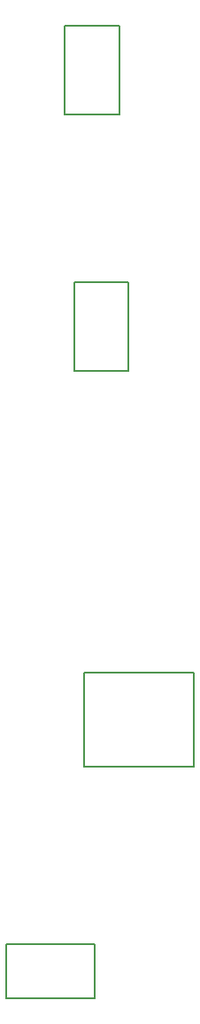
<source format=gbr>
G04*
G04 #@! TF.GenerationSoftware,Altium Limited,Altium Designer,23.9.2 (47)*
G04*
G04 Layer_Color=32768*
%FSLAX44Y44*%
%MOMM*%
G71*
G04*
G04 #@! TF.SameCoordinates,DC7A7723-1311-43B5-9009-1713E082842B*
G04*
G04*
G04 #@! TF.FilePolarity,Positive*
G04*
G01*
G75*
%ADD11C,0.2000*%
D11*
X-452500Y104000D02*
X-367500D01*
X-452500D02*
Y156000D01*
X-367500D01*
Y104000D02*
Y156000D01*
X-387000Y702500D02*
Y787500D01*
X-335000D01*
Y702500D02*
Y787500D01*
X-387000Y702500D02*
X-335000D01*
X-377500Y325000D02*
Y415000D01*
Y325000D02*
X-272500D01*
Y415000D01*
X-377500D02*
X-272500D01*
X-396000Y947500D02*
X-344000D01*
Y1032500D01*
X-396000D02*
X-344000D01*
X-396000Y947500D02*
Y1032500D01*
M02*

</source>
